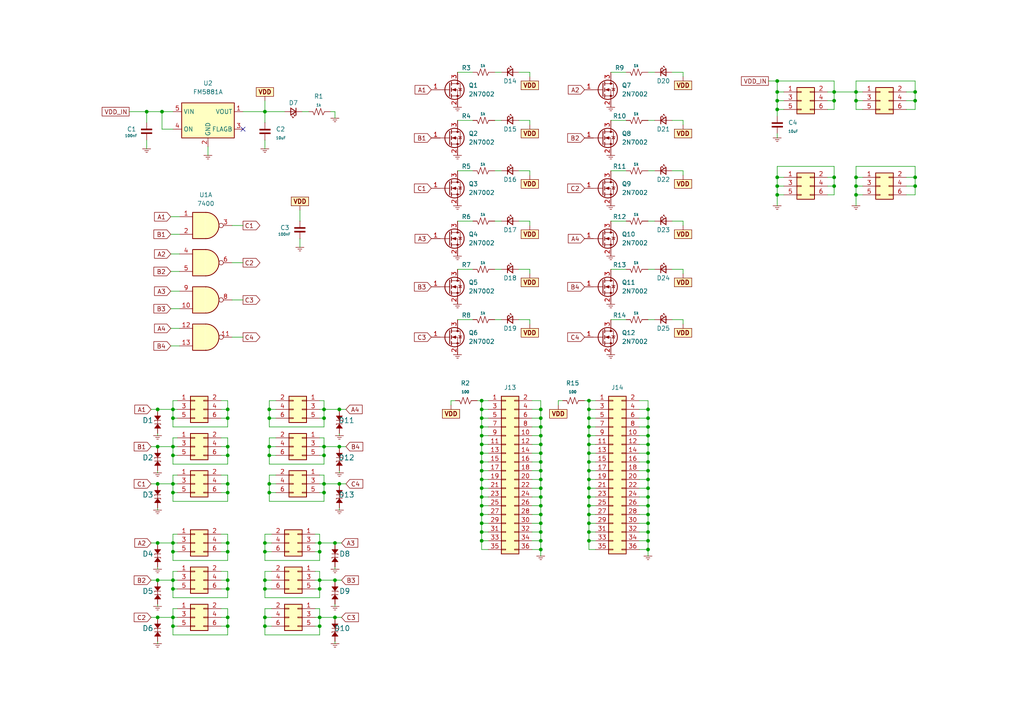
<source format=kicad_sch>
(kicad_sch (version 20211123) (generator eeschema)
  (paper "A4")
  (title_block (title "Placa didática Sistemas Digitais (7400)"))
  (junction (at 265.43 53.975))
  (junction (at 66.04 160.02))
  (junction (at 156.845 121.285))
  (junction (at 45.72 168.275))
  (junction (at 93.98 140.335))
  (junction (at 225.425 23.495))
  (junction (at 98.425 118.745))
  (junction (at 187.96 123.825))
  (junction (at 156.845 146.685))
  (junction (at 156.845 139.065))
  (junction (at 92.71 181.61))
  (junction (at 241.935 29.21))
  (junction (at 156.845 126.365))
  (junction (at 241.935 51.435))
  (junction (at 50.165 170.815))
  (junction (at 78.105 140.335))
  (junction (at 76.835 179.07))
  (junction (at 45.72 118.745))
  (junction (at 139.7 151.765))
  (junction (at 76.835 160.02))
  (junction (at 139.7 121.285))
  (junction (at 225.425 53.975))
  (junction (at 170.815 128.905))
  (junction (at 265.43 51.435))
  (junction (at 93.98 129.54))
  (junction (at 187.96 151.765))
  (junction (at 46.99 32.385))
  (junction (at 50.165 157.48))
  (junction (at 170.815 156.845))
  (junction (at 139.7 154.305))
  (junction (at 45.72 179.07))
  (junction (at 98.425 129.54))
  (junction (at 170.815 146.685))
  (junction (at 187.96 139.065))
  (junction (at 156.845 149.225))
  (junction (at 156.845 131.445))
  (junction (at 45.72 157.48))
  (junction (at 66.04 140.335))
  (junction (at 78.105 121.285))
  (junction (at 170.815 136.525))
  (junction (at 156.845 154.305))
  (junction (at 93.98 132.08))
  (junction (at 225.425 29.21))
  (junction (at 45.72 129.54))
  (junction (at 248.285 29.21))
  (junction (at 156.845 118.745))
  (junction (at 92.71 157.48))
  (junction (at 248.285 51.435))
  (junction (at 50.165 181.61))
  (junction (at 78.105 129.54))
  (junction (at 50.165 168.275))
  (junction (at 170.815 116.205))
  (junction (at 97.155 179.07))
  (junction (at 92.71 168.275))
  (junction (at 139.7 139.065))
  (junction (at 139.7 123.825))
  (junction (at 187.96 154.305))
  (junction (at 50.165 129.54))
  (junction (at 76.835 170.815))
  (junction (at 66.04 132.08))
  (junction (at 45.72 140.335))
  (junction (at 265.43 26.67))
  (junction (at 92.71 160.02))
  (junction (at 187.96 128.905))
  (junction (at 225.425 31.75))
  (junction (at 187.96 136.525))
  (junction (at 156.845 136.525))
  (junction (at 170.815 123.825))
  (junction (at 139.7 146.685))
  (junction (at 66.04 118.745))
  (junction (at 187.96 141.605))
  (junction (at 50.165 121.285))
  (junction (at 66.04 121.285))
  (junction (at 139.7 141.605))
  (junction (at 139.7 136.525))
  (junction (at 170.815 141.605))
  (junction (at 265.43 29.21))
  (junction (at 93.98 118.745))
  (junction (at 98.425 140.335))
  (junction (at 225.425 26.67))
  (junction (at 187.96 159.385))
  (junction (at 78.105 118.745))
  (junction (at 139.7 128.905))
  (junction (at 76.835 32.385))
  (junction (at 156.845 133.985))
  (junction (at 139.7 133.985))
  (junction (at 187.96 149.225))
  (junction (at 156.845 144.145))
  (junction (at 170.815 126.365))
  (junction (at 170.815 131.445))
  (junction (at 156.845 128.905))
  (junction (at 170.815 154.305))
  (junction (at 139.7 149.225))
  (junction (at 66.04 157.48))
  (junction (at 76.835 168.275))
  (junction (at 66.04 170.815))
  (junction (at 187.96 118.745))
  (junction (at 170.815 133.985))
  (junction (at 76.835 181.61))
  (junction (at 187.96 131.445))
  (junction (at 187.96 146.685))
  (junction (at 139.7 144.145))
  (junction (at 156.845 156.845))
  (junction (at 92.71 170.815))
  (junction (at 225.425 56.515))
  (junction (at 170.815 139.065))
  (junction (at 248.285 56.515))
  (junction (at 241.935 53.975))
  (junction (at 170.815 118.745))
  (junction (at 50.165 118.745))
  (junction (at 156.845 159.385))
  (junction (at 92.71 179.07))
  (junction (at 50.165 142.875))
  (junction (at 156.845 123.825))
  (junction (at 139.7 116.205))
  (junction (at 66.04 129.54))
  (junction (at 78.105 142.875))
  (junction (at 187.96 133.985))
  (junction (at 93.98 142.875))
  (junction (at 170.815 121.285))
  (junction (at 66.04 168.275))
  (junction (at 156.845 151.765))
  (junction (at 225.425 51.435))
  (junction (at 66.04 181.61))
  (junction (at 139.7 118.745))
  (junction (at 139.7 126.365))
  (junction (at 93.98 121.285))
  (junction (at 170.815 149.225))
  (junction (at 241.935 26.67))
  (junction (at 66.04 142.875))
  (junction (at 66.04 179.07))
  (junction (at 139.7 131.445))
  (junction (at 170.815 144.145))
  (junction (at 42.545 32.385))
  (junction (at 187.96 121.285))
  (junction (at 187.96 126.365))
  (junction (at 170.815 151.765))
  (junction (at 248.285 53.975))
  (junction (at 50.165 132.08))
  (junction (at 248.285 26.67))
  (junction (at 156.845 141.605))
  (junction (at 76.835 157.48))
  (junction (at 50.165 179.07))
  (junction (at 187.96 144.145))
  (junction (at 97.155 157.48))
  (junction (at 50.165 140.335))
  (junction (at 97.155 168.275))
  (junction (at 50.165 160.02))
  (junction (at 187.96 156.845))
  (junction (at 78.105 132.08))
  (junction (at 139.7 156.845))
  (no_connect (at 70.485 37.465))
  (wire (pts (xy 185.42 156.845) (xy 187.96 156.845)))
  (wire (pts (xy 153.67 64.135) (xy 150.495 64.135)))
  (wire (pts (xy 49.53 84.455) (xy 52.07 84.455)))
  (wire (pts (xy 66.04 142.875) (xy 66.04 145.415)))
  (wire (pts (xy 153.67 50.8) (xy 153.67 49.53)))
  (wire (pts (xy 76.835 160.02) (xy 76.835 162.56)))
  (wire (pts (xy 64.135 137.795) (xy 66.04 137.795)))
  (wire (pts (xy 198.12 50.8) (xy 198.12 49.53)))
  (wire (pts (xy 172.72 121.285) (xy 170.815 121.285)))
  (wire (pts (xy 51.435 154.94) (xy 50.165 154.94)))
  (wire (pts (xy 78.74 154.94) (xy 76.835 154.94)))
  (wire (pts (xy 97.155 157.48) (xy 97.155 158.115)))
  (wire (pts (xy 172.72 149.225) (xy 170.815 149.225)))
  (wire (pts (xy 141.605 151.765) (xy 139.7 151.765)))
  (wire (pts (xy 45.72 175.26) (xy 45.72 175.895)))
  (wire (pts (xy 78.74 181.61) (xy 76.835 181.61)))
  (wire (pts (xy 50.165 137.795) (xy 50.165 140.335)))
  (wire (pts (xy 141.605 136.525) (xy 139.7 136.525)))
  (wire (pts (xy 45.72 136.525) (xy 45.72 137.16)))
  (wire (pts (xy 170.815 141.605) (xy 170.815 139.065)))
  (wire (pts (xy 156.845 159.385) (xy 156.845 161.29)))
  (wire (pts (xy 80.01 118.745) (xy 78.105 118.745)))
  (wire (pts (xy 132.715 64.135) (xy 137.16 64.135)))
  (wire (pts (xy 50.165 160.02) (xy 50.165 157.48)))
  (wire (pts (xy 76.835 32.385) (xy 82.55 32.385)))
  (wire (pts (xy 66.04 132.08) (xy 66.04 134.62)))
  (wire (pts (xy 161.925 117.475) (xy 161.925 116.205)))
  (wire (pts (xy 42.545 32.385) (xy 42.545 35.56)))
  (wire (pts (xy 93.98 145.415) (xy 93.98 142.875)))
  (wire (pts (xy 98.425 136.525) (xy 98.425 137.16)))
  (wire (pts (xy 51.435 160.02) (xy 50.165 160.02)))
  (wire (pts (xy 92.71 170.815) (xy 92.71 168.275)))
  (wire (pts (xy 100.33 140.335) (xy 98.425 140.335)))
  (wire (pts (xy 97.155 164.465) (xy 97.155 165.1)))
  (wire (pts (xy 45.72 168.275) (xy 50.165 168.275)))
  (wire (pts (xy 187.96 78.105) (xy 189.865 78.105)))
  (wire (pts (xy 76.835 173.355) (xy 92.71 173.355)))
  (wire (pts (xy 153.67 78.105) (xy 150.495 78.105)))
  (wire (pts (xy 143.51 78.105) (xy 145.415 78.105)))
  (wire (pts (xy 66.04 184.15) (xy 50.165 184.15)))
  (wire (pts (xy 43.815 129.54) (xy 45.72 129.54)))
  (wire (pts (xy 187.96 121.285) (xy 187.96 123.825)))
  (wire (pts (xy 265.43 29.21) (xy 265.43 26.67)))
  (wire (pts (xy 67.31 86.995) (xy 70.485 86.995)))
  (wire (pts (xy 51.435 116.205) (xy 50.165 116.205)))
  (wire (pts (xy 141.605 149.225) (xy 139.7 149.225)))
  (wire (pts (xy 92.71 160.02) (xy 92.71 157.48)))
  (wire (pts (xy 49.53 89.535) (xy 52.07 89.535)))
  (wire (pts (xy 76.835 179.07) (xy 76.835 181.61)))
  (wire (pts (xy 153.67 79.375) (xy 153.67 78.105)))
  (wire (pts (xy 97.155 175.26) (xy 97.155 175.895)))
  (wire (pts (xy 45.72 179.07) (xy 45.72 179.705)))
  (wire (pts (xy 78.74 170.815) (xy 76.835 170.815)))
  (wire (pts (xy 187.96 156.845) (xy 187.96 159.385)))
  (wire (pts (xy 141.605 139.065) (xy 139.7 139.065)))
  (wire (pts (xy 170.815 146.685) (xy 170.815 149.225)))
  (wire (pts (xy 64.135 132.08) (xy 66.04 132.08)))
  (wire (pts (xy 92.71 154.94) (xy 92.71 157.48)))
  (wire (pts (xy 92.71 137.795) (xy 93.98 137.795)))
  (wire (pts (xy 225.425 31.75) (xy 227.33 31.75)))
  (wire (pts (xy 139.7 139.065) (xy 139.7 136.525)))
  (wire (pts (xy 139.7 116.205) (xy 141.605 116.205)))
  (wire (pts (xy 76.835 181.61) (xy 76.835 184.15)))
  (wire (pts (xy 66.04 157.48) (xy 66.04 160.02)))
  (wire (pts (xy 156.845 131.445) (xy 156.845 133.985)))
  (wire (pts (xy 153.67 92.71) (xy 150.495 92.71)))
  (wire (pts (xy 51.435 127) (xy 50.165 127)))
  (wire (pts (xy 185.42 128.905) (xy 187.96 128.905)))
  (wire (pts (xy 93.98 132.08) (xy 93.98 129.54)))
  (wire (pts (xy 64.135 127) (xy 66.04 127)))
  (wire (pts (xy 51.435 165.735) (xy 50.165 165.735)))
  (wire (pts (xy 141.605 141.605) (xy 139.7 141.605)))
  (wire (pts (xy 100.33 118.745) (xy 98.425 118.745)))
  (wire (pts (xy 49.53 67.945) (xy 52.07 67.945)))
  (wire (pts (xy 141.605 159.385) (xy 139.7 159.385)))
  (wire (pts (xy 187.96 136.525) (xy 187.96 139.065)))
  (wire (pts (xy 262.89 53.975) (xy 265.43 53.975)))
  (wire (pts (xy 198.12 79.375) (xy 198.12 78.105)))
  (wire (pts (xy 97.155 168.275) (xy 97.155 168.91)))
  (wire (pts (xy 76.835 29.21) (xy 76.835 32.385)))
  (wire (pts (xy 64.135 118.745) (xy 66.04 118.745)))
  (wire (pts (xy 46.99 37.465) (xy 46.99 32.385)))
  (wire (pts (xy 45.72 118.745) (xy 50.165 118.745)))
  (wire (pts (xy 170.815 118.745) (xy 170.815 116.205)))
  (wire (pts (xy 50.165 145.415) (xy 50.165 142.875)))
  (wire (pts (xy 187.96 20.955) (xy 189.865 20.955)))
  (wire (pts (xy 185.42 146.685) (xy 187.96 146.685)))
  (wire (pts (xy 143.51 49.53) (xy 145.415 49.53)))
  (wire (pts (xy 225.425 56.515) (xy 225.425 59.69)))
  (wire (pts (xy 185.42 123.825) (xy 187.96 123.825)))
  (wire (pts (xy 153.67 20.955) (xy 150.495 20.955)))
  (wire (pts (xy 172.72 123.825) (xy 170.815 123.825)))
  (wire (pts (xy 139.7 133.985) (xy 139.7 131.445)))
  (wire (pts (xy 265.43 51.435) (xy 262.89 51.435)))
  (wire (pts (xy 50.165 116.205) (xy 50.165 118.745)))
  (wire (pts (xy 51.435 176.53) (xy 50.165 176.53)))
  (wire (pts (xy 66.04 173.355) (xy 50.165 173.355)))
  (wire (pts (xy 139.7 146.685) (xy 139.7 144.145)))
  (wire (pts (xy 177.165 64.135) (xy 181.61 64.135)))
  (wire (pts (xy 198.12 92.71) (xy 194.945 92.71)))
  (wire (pts (xy 78.105 116.205) (xy 78.105 118.745)))
  (wire (pts (xy 66.04 162.56) (xy 50.165 162.56)))
  (wire (pts (xy 248.285 48.26) (xy 248.285 51.435)))
  (wire (pts (xy 198.12 20.955) (xy 194.945 20.955)))
  (wire (pts (xy 91.44 160.02) (xy 92.71 160.02)))
  (wire (pts (xy 172.72 126.365) (xy 170.815 126.365)))
  (wire (pts (xy 64.135 170.815) (xy 66.04 170.815)))
  (wire (pts (xy 76.835 170.815) (xy 76.835 173.355)))
  (wire (pts (xy 225.425 56.515) (xy 227.33 56.515)))
  (wire (pts (xy 92.71 165.735) (xy 92.71 168.275)))
  (wire (pts (xy 92.71 116.205) (xy 93.98 116.205)))
  (wire (pts (xy 156.845 159.385) (xy 154.305 159.385)))
  (wire (pts (xy 93.98 137.795) (xy 93.98 140.335)))
  (wire (pts (xy 141.605 131.445) (xy 139.7 131.445)))
  (wire (pts (xy 91.44 176.53) (xy 92.71 176.53)))
  (wire (pts (xy 51.435 181.61) (xy 50.165 181.61)))
  (wire (pts (xy 170.815 126.365) (xy 170.815 123.825)))
  (wire (pts (xy 185.42 118.745) (xy 187.96 118.745)))
  (wire (pts (xy 187.96 49.53) (xy 189.865 49.53)))
  (wire (pts (xy 50.165 142.875) (xy 50.165 140.335)))
  (wire (pts (xy 170.815 154.305) (xy 170.815 151.765)))
  (wire (pts (xy 93.98 129.54) (xy 92.71 129.54)))
  (wire (pts (xy 154.305 123.825) (xy 156.845 123.825)))
  (wire (pts (xy 42.545 40.64) (xy 42.545 43.18)))
  (wire (pts (xy 80.01 132.08) (xy 78.105 132.08)))
  (wire (pts (xy 76.835 162.56) (xy 92.71 162.56)))
  (wire (pts (xy 86.995 69.215) (xy 86.995 71.755)))
  (wire (pts (xy 92.71 184.15) (xy 92.71 181.61)))
  (wire (pts (xy 76.835 40.64) (xy 76.835 43.18)))
  (wire (pts (xy 45.72 129.54) (xy 45.72 130.175)))
  (wire (pts (xy 92.71 132.08) (xy 93.98 132.08)))
  (wire (pts (xy 143.51 92.71) (xy 145.415 92.71)))
  (wire (pts (xy 78.74 160.02) (xy 76.835 160.02)))
  (wire (pts (xy 78.105 129.54) (xy 78.105 132.08)))
  (wire (pts (xy 172.72 136.525) (xy 170.815 136.525)))
  (wire (pts (xy 265.43 23.495) (xy 248.285 23.495)))
  (wire (pts (xy 265.43 26.67) (xy 265.43 23.495)))
  (wire (pts (xy 241.935 29.21) (xy 241.935 26.67)))
  (wire (pts (xy 97.155 168.275) (xy 92.71 168.275)))
  (wire (pts (xy 64.135 142.875) (xy 66.04 142.875)))
  (wire (pts (xy 92.71 176.53) (xy 92.71 179.07)))
  (wire (pts (xy 248.285 29.21) (xy 248.285 26.67)))
  (wire (pts (xy 45.72 164.465) (xy 45.72 165.1)))
  (wire (pts (xy 187.96 131.445) (xy 187.96 133.985)))
  (wire (pts (xy 92.71 162.56) (xy 92.71 160.02)))
  (wire (pts (xy 156.845 141.605) (xy 156.845 144.145)))
  (wire (pts (xy 45.72 157.48) (xy 50.165 157.48)))
  (wire (pts (xy 225.425 29.21) (xy 227.33 29.21)))
  (wire (pts (xy 170.815 116.205) (xy 172.72 116.205)))
  (wire (pts (xy 170.815 156.845) (xy 170.815 154.305)))
  (wire (pts (xy 138.43 116.205) (xy 139.7 116.205)))
  (wire (pts (xy 80.01 129.54) (xy 78.105 129.54)))
  (wire (pts (xy 45.72 157.48) (xy 45.72 158.115)))
  (wire (pts (xy 98.425 147.32) (xy 98.425 147.955)))
  (wire (pts (xy 66.04 118.745) (xy 66.04 121.285)))
  (wire (pts (xy 66.04 168.275) (xy 66.04 170.815)))
  (wire (pts (xy 50.165 121.285) (xy 50.165 118.745)))
  (wire (pts (xy 67.31 65.405) (xy 70.485 65.405)))
  (wire (pts (xy 66.04 123.825) (xy 50.165 123.825)))
  (wire (pts (xy 78.74 168.275) (xy 76.835 168.275)))
  (wire (pts (xy 76.835 32.385) (xy 70.485 32.385)))
  (wire (pts (xy 51.435 137.795) (xy 50.165 137.795)))
  (wire (pts (xy 170.815 139.065) (xy 170.815 136.525)))
  (wire (pts (xy 50.165 170.815) (xy 50.165 168.275)))
  (wire (pts (xy 132.715 34.925) (xy 137.16 34.925)))
  (wire (pts (xy 78.105 121.285) (xy 78.105 123.825)))
  (wire (pts (xy 99.06 157.48) (xy 97.155 157.48)))
  (wire (pts (xy 156.845 126.365) (xy 156.845 128.905)))
  (wire (pts (xy 93.98 118.745) (xy 92.71 118.745)))
  (wire (pts (xy 78.105 118.745) (xy 78.105 121.285)))
  (wire (pts (xy 187.96 141.605) (xy 187.96 144.145)))
  (wire (pts (xy 49.53 78.74) (xy 52.07 78.74)))
  (wire (pts (xy 170.815 131.445) (xy 170.815 128.905)))
  (wire (pts (xy 172.72 139.065) (xy 170.815 139.065)))
  (wire (pts (xy 156.845 146.685) (xy 156.845 149.225)))
  (wire (pts (xy 50.165 165.735) (xy 50.165 168.275)))
  (wire (pts (xy 154.305 156.845) (xy 156.845 156.845)))
  (wire (pts (xy 100.33 129.54) (xy 98.425 129.54)))
  (wire (pts (xy 241.935 51.435) (xy 241.935 48.26)))
  (wire (pts (xy 156.845 133.985) (xy 156.845 136.525)))
  (wire (pts (xy 156.845 156.845) (xy 156.845 159.385)))
  (wire (pts (xy 154.305 146.685) (xy 156.845 146.685)))
  (wire (pts (xy 76.835 168.275) (xy 76.835 170.815)))
  (wire (pts (xy 76.835 35.56) (xy 76.835 32.385)))
  (wire (pts (xy 49.53 95.25) (xy 52.07 95.25)))
  (wire (pts (xy 50.165 123.825) (xy 50.165 121.285)))
  (wire (pts (xy 241.935 26.67) (xy 241.935 23.495)))
  (wire (pts (xy 132.715 92.71) (xy 137.16 92.71)))
  (wire (pts (xy 172.72 154.305) (xy 170.815 154.305)))
  (wire (pts (xy 225.425 53.975) (xy 225.425 56.515)))
  (wire (pts (xy 139.7 154.305) (xy 139.7 151.765)))
  (wire (pts (xy 265.43 26.67) (xy 262.89 26.67)))
  (wire (pts (xy 198.12 93.98) (xy 198.12 92.71)))
  (wire (pts (xy 132.715 78.105) (xy 137.16 78.105)))
  (wire (pts (xy 60.325 42.545) (xy 60.325 45.085)))
  (wire (pts (xy 156.845 151.765) (xy 156.845 154.305)))
  (wire (pts (xy 225.425 23.495) (xy 225.425 26.67)))
  (wire (pts (xy 66.04 127) (xy 66.04 129.54)))
  (wire (pts (xy 225.425 29.21) (xy 225.425 31.75)))
  (wire (pts (xy 92.71 168.275) (xy 91.44 168.275)))
  (wire (pts (xy 187.96 92.71) (xy 189.865 92.71)))
  (wire (pts (xy 154.305 131.445) (xy 156.845 131.445)))
  (wire (pts (xy 66.04 165.735) (xy 66.04 168.275)))
  (wire (pts (xy 177.165 49.53) (xy 181.61 49.53)))
  (wire (pts (xy 156.845 118.745) (xy 156.845 121.285)))
  (wire (pts (xy 139.7 159.385) (xy 139.7 156.845)))
  (wire (pts (xy 49.53 100.33) (xy 52.07 100.33)))
  (wire (pts (xy 250.19 53.975) (xy 248.285 53.975)))
  (wire (pts (xy 265.43 51.435) (xy 265.43 48.26)))
  (wire (pts (xy 92.71 173.355) (xy 92.71 170.815)))
  (wire (pts (xy 80.01 127) (xy 78.105 127)))
  (wire (pts (xy 99.06 179.07) (xy 97.155 179.07)))
  (wire (pts (xy 97.155 34.29) (xy 97.155 32.385)))
  (wire (pts (xy 51.435 121.285) (xy 50.165 121.285)))
  (wire (pts (xy 139.7 128.905) (xy 139.7 126.365)))
  (wire (pts (xy 222.885 23.495) (xy 225.425 23.495)))
  (wire (pts (xy 153.67 34.925) (xy 150.495 34.925)))
  (wire (pts (xy 78.74 176.53) (xy 76.835 176.53)))
  (wire (pts (xy 42.545 32.385) (xy 46.99 32.385)))
  (wire (pts (xy 187.96 64.135) (xy 189.865 64.135)))
  (wire (pts (xy 67.31 97.79) (xy 70.485 97.79)))
  (wire (pts (xy 130.81 117.475) (xy 130.81 116.205)))
  (wire (pts (xy 139.7 156.845) (xy 139.7 154.305)))
  (wire (pts (xy 130.81 116.205) (xy 132.08 116.205)))
  (wire (pts (xy 170.815 144.145) (xy 170.815 141.605)))
  (wire (pts (xy 185.42 116.205) (xy 187.96 116.205)))
  (wire (pts (xy 225.425 51.435) (xy 225.425 53.975)))
  (wire (pts (xy 241.935 23.495) (xy 225.425 23.495)))
  (wire (pts (xy 93.98 140.335) (xy 92.71 140.335)))
  (wire (pts (xy 265.43 53.975) (xy 265.43 51.435)))
  (wire (pts (xy 265.43 48.26) (xy 248.285 48.26)))
  (wire (pts (xy 240.03 56.515) (xy 241.935 56.515)))
  (wire (pts (xy 98.425 118.745) (xy 93.98 118.745)))
  (wire (pts (xy 154.305 126.365) (xy 156.845 126.365)))
  (wire (pts (xy 93.98 123.825) (xy 93.98 121.285)))
  (wire (pts (xy 66.04 140.335) (xy 66.04 142.875)))
  (wire (pts (xy 187.96 149.225) (xy 187.96 151.765)))
  (wire (pts (xy 241.935 26.67) (xy 248.285 26.67)))
  (wire (pts (xy 78.105 140.335) (xy 78.105 142.875)))
  (wire (pts (xy 241.935 48.26) (xy 225.425 48.26)))
  (wire (pts (xy 45.72 179.07) (xy 50.165 179.07)))
  (wire (pts (xy 45.72 186.055) (xy 45.72 186.69)))
  (wire (pts (xy 92.71 181.61) (xy 92.71 179.07)))
  (wire (pts (xy 172.72 118.745) (xy 170.815 118.745)))
  (wire (pts (xy 141.605 121.285) (xy 139.7 121.285)))
  (wire (pts (xy 170.815 123.825) (xy 170.815 121.285)))
  (wire (pts (xy 240.03 29.21) (xy 241.935 29.21)))
  (wire (pts (xy 67.31 76.2) (xy 70.485 76.2)))
  (wire (pts (xy 78.74 157.48) (xy 76.835 157.48)))
  (wire (pts (xy 153.67 93.98) (xy 153.67 92.71)))
  (wire (pts (xy 143.51 64.135) (xy 145.415 64.135)))
  (wire (pts (xy 50.165 129.54) (xy 51.435 129.54)))
  (wire (pts (xy 76.835 176.53) (xy 76.835 179.07)))
  (wire (pts (xy 250.19 29.21) (xy 248.285 29.21)))
  (wire (pts (xy 98.425 129.54) (xy 93.98 129.54)))
  (wire (pts (xy 45.72 140.335) (xy 45.72 140.97)))
  (wire (pts (xy 185.42 144.145) (xy 187.96 144.145)))
  (wire (pts (xy 76.835 165.735) (xy 76.835 168.275)))
  (wire (pts (xy 225.425 26.67) (xy 225.425 29.21)))
  (wire (pts (xy 187.96 139.065) (xy 187.96 141.605)))
  (wire (pts (xy 170.815 136.525) (xy 170.815 133.985)))
  (wire (pts (xy 66.04 154.94) (xy 66.04 157.48)))
  (wire (pts (xy 240.03 53.975) (xy 241.935 53.975)))
  (wire (pts (xy 185.42 151.765) (xy 187.96 151.765)))
  (wire (pts (xy 91.44 170.815) (xy 92.71 170.815)))
  (wire (pts (xy 156.845 116.205) (xy 156.845 118.745)))
  (wire (pts (xy 156.845 139.065) (xy 156.845 141.605)))
  (wire (pts (xy 225.425 48.26) (xy 225.425 51.435)))
  (wire (pts (xy 240.03 26.67) (xy 241.935 26.67)))
  (wire (pts (xy 64.135 129.54) (xy 66.04 129.54)))
  (wire (pts (xy 187.96 123.825) (xy 187.96 126.365)))
  (wire (pts (xy 198.12 64.135) (xy 194.945 64.135)))
  (wire (pts (xy 92.71 157.48) (xy 91.44 157.48)))
  (wire (pts (xy 49.53 62.865) (xy 52.07 62.865)))
  (wire (pts (xy 66.04 170.815) (xy 66.04 173.355)))
  (wire (pts (xy 50.165 162.56) (xy 50.165 160.02)))
  (wire (pts (xy 170.815 128.905) (xy 170.815 126.365)))
  (wire (pts (xy 265.43 31.75) (xy 265.43 29.21)))
  (wire (pts (xy 154.305 136.525) (xy 156.845 136.525)))
  (wire (pts (xy 50.165 181.61) (xy 50.165 179.07)))
  (wire (pts (xy 141.605 128.905) (xy 139.7 128.905)))
  (wire (pts (xy 153.67 65.405) (xy 153.67 64.135)))
  (wire (pts (xy 225.425 26.67) (xy 227.33 26.67)))
  (wire (pts (xy 78.105 142.875) (xy 78.105 145.415)))
  (wire (pts (xy 143.51 34.925) (xy 145.415 34.925)))
  (wire (pts (xy 64.135 160.02) (xy 66.04 160.02)))
  (wire (pts (xy 93.98 127) (xy 93.98 129.54)))
  (wire (pts (xy 43.815 179.07) (xy 45.72 179.07)))
  (wire (pts (xy 50.165 179.07) (xy 51.435 179.07)))
  (wire (pts (xy 141.605 156.845) (xy 139.7 156.845)))
  (wire (pts (xy 91.44 165.735) (xy 92.71 165.735)))
  (wire (pts (xy 64.135 140.335) (xy 66.04 140.335)))
  (wire (pts (xy 143.51 20.955) (xy 145.415 20.955)))
  (wire (pts (xy 45.72 129.54) (xy 50.165 129.54)))
  (wire (pts (xy 187.96 159.385) (xy 185.42 159.385)))
  (wire (pts (xy 225.425 53.975) (xy 227.33 53.975)))
  (wire (pts (xy 66.04 179.07) (xy 66.04 181.61)))
  (wire (pts (xy 154.305 118.745) (xy 156.845 118.745)))
  (wire (pts (xy 98.425 125.73) (xy 98.425 126.365)))
  (wire (pts (xy 91.44 181.61) (xy 92.71 181.61)))
  (wire (pts (xy 187.96 126.365) (xy 187.96 128.905)))
  (wire (pts (xy 51.435 142.875) (xy 50.165 142.875)))
  (wire (pts (xy 139.7 126.365) (xy 139.7 123.825)))
  (wire (pts (xy 99.06 168.275) (xy 97.155 168.275)))
  (wire (pts (xy 225.425 38.735) (xy 225.425 40.005)))
  (wire (pts (xy 154.305 128.905) (xy 156.845 128.905)))
  (wire (pts (xy 198.12 22.225) (xy 198.12 20.955)))
  (wire (pts (xy 66.04 181.61) (xy 66.04 184.15)))
  (wire (pts (xy 187.96 154.305) (xy 187.96 156.845)))
  (wire (pts (xy 185.42 154.305) (xy 187.96 154.305)))
  (wire (pts (xy 187.96 133.985) (xy 187.96 136.525)))
  (wire (pts (xy 86.995 60.96) (xy 86.995 64.135)))
  (wire (pts (xy 50.165 140.335) (xy 51.435 140.335)))
  (wire (pts (xy 80.01 121.285) (xy 78.105 121.285)))
  (wire (pts (xy 198.12 36.195) (xy 198.12 34.925)))
  (wire (pts (xy 141.605 123.825) (xy 139.7 123.825)))
  (wire (pts (xy 156.845 154.305) (xy 156.845 156.845)))
  (wire (pts (xy 64.135 181.61) (xy 66.04 181.61)))
  (wire (pts (xy 91.44 154.94) (xy 92.71 154.94)))
  (wire (pts (xy 198.12 78.105) (xy 194.945 78.105)))
  (wire (pts (xy 76.835 184.15) (xy 92.71 184.15)))
  (wire (pts (xy 156.845 144.145) (xy 156.845 146.685)))
  (wire (pts (xy 154.305 151.765) (xy 156.845 151.765)))
  (wire (pts (xy 185.42 149.225) (xy 187.96 149.225)))
  (wire (pts (xy 50.165 184.15) (xy 50.165 181.61)))
  (wire (pts (xy 185.42 136.525) (xy 187.96 136.525)))
  (wire (pts (xy 172.72 131.445) (xy 170.815 131.445)))
  (wire (pts (xy 172.72 151.765) (xy 170.815 151.765)))
  (wire (pts (xy 43.815 140.335) (xy 45.72 140.335)))
  (wire (pts (xy 141.605 144.145) (xy 139.7 144.145)))
  (wire (pts (xy 78.74 179.07) (xy 76.835 179.07)))
  (wire (pts (xy 172.72 146.685) (xy 170.815 146.685)))
  (wire (pts (xy 46.99 32.385) (xy 50.165 32.385)))
  (wire (pts (xy 97.155 186.055) (xy 97.155 186.69)))
  (wire (pts (xy 185.42 126.365) (xy 187.96 126.365)))
  (wire (pts (xy 80.01 140.335) (xy 78.105 140.335)))
  (wire (pts (xy 187.96 159.385) (xy 187.96 161.29)))
  (wire (pts (xy 154.305 154.305) (xy 156.845 154.305)))
  (wire (pts (xy 154.305 121.285) (xy 156.845 121.285)))
  (wire (pts (xy 43.815 168.275) (xy 45.72 168.275)))
  (wire (pts (xy 185.42 133.985) (xy 187.96 133.985)))
  (wire (pts (xy 78.105 145.415) (xy 93.98 145.415)))
  (wire (pts (xy 170.815 133.985) (xy 170.815 131.445)))
  (wire (pts (xy 76.835 157.48) (xy 76.835 160.02)))
  (wire (pts (xy 170.815 149.225) (xy 170.815 151.765)))
  (wire (pts (xy 248.285 56.515) (xy 248.285 59.69)))
  (wire (pts (xy 139.7 123.825) (xy 139.7 121.285)))
  (wire (pts (xy 92.71 121.285) (xy 93.98 121.285)))
  (wire (pts (xy 93.98 121.285) (xy 93.98 118.745)))
  (wire (pts (xy 51.435 170.815) (xy 50.165 170.815)))
  (wire (pts (xy 156.845 136.525) (xy 156.845 139.065)))
  (wire (pts (xy 78.105 123.825) (xy 93.98 123.825)))
  (wire (pts (xy 141.605 126.365) (xy 139.7 126.365)))
  (wire (pts (xy 64.135 176.53) (xy 66.04 176.53)))
  (wire (pts (xy 172.72 133.985) (xy 170.815 133.985)))
  (wire (pts (xy 98.425 129.54) (xy 98.425 130.175)))
  (wire (pts (xy 153.67 22.225) (xy 153.67 20.955)))
  (wire (pts (xy 97.155 179.07) (xy 97.155 179.705)))
  (wire (pts (xy 170.815 159.385) (xy 170.815 156.845)))
  (wire (pts (xy 98.425 140.335) (xy 93.98 140.335)))
  (wire (pts (xy 262.89 31.75) (xy 265.43 31.75)))
  (wire (pts (xy 76.835 154.94) (xy 76.835 157.48)))
  (wire (pts (xy 132.715 20.955) (xy 137.16 20.955)))
  (wire (pts (xy 64.135 154.94) (xy 66.04 154.94)))
  (wire (pts (xy 93.98 134.62) (xy 93.98 132.08)))
  (wire (pts (xy 248.285 31.75) (xy 248.285 29.21)))
  (wire (pts (xy 177.165 34.925) (xy 181.61 34.925)))
  (wire (pts (xy 240.03 31.75) (xy 241.935 31.75)))
  (wire (pts (xy 248.285 56.515) (xy 248.285 53.975)))
  (wire (pts (xy 250.19 56.515) (xy 248.285 56.515)))
  (wire (pts (xy 50.165 173.355) (xy 50.165 170.815)))
  (wire (pts (xy 241.935 31.75) (xy 241.935 29.21)))
  (wire (pts (xy 198.12 34.925) (xy 194.945 34.925)))
  (wire (pts (xy 92.71 142.875) (xy 93.98 142.875)))
  (wire (pts (xy 225.425 31.75) (xy 225.425 33.655)))
  (wire (pts (xy 50.165 154.94) (xy 50.165 157.48)))
  (wire (pts (xy 177.165 92.71) (xy 181.61 92.71)))
  (wire (pts (xy 92.71 127) (xy 93.98 127)))
  (wire (pts (xy 97.155 179.07) (xy 92.71 179.07)))
  (wire (pts (xy 156.845 149.225) (xy 156.845 151.765)))
  (wire (pts (xy 154.305 139.065) (xy 156.845 139.065)))
  (wire (pts (xy 172.72 128.905) (xy 170.815 128.905)))
  (wire (pts (xy 66.04 176.53) (xy 66.04 179.07)))
  (wire (pts (xy 43.815 157.48) (xy 45.72 157.48)))
  (wire (pts (xy 248.285 23.495) (xy 248.285 26.67)))
  (wire (pts (xy 141.605 118.745) (xy 139.7 118.745)))
  (wire (pts (xy 64.135 168.275) (xy 66.04 168.275)))
  (wire (pts (xy 177.165 20.955) (xy 181.61 20.955)))
  (wire (pts (xy 172.72 156.845) (xy 170.815 156.845)))
  (wire (pts (xy 262.89 29.21) (xy 265.43 29.21)))
  (wire (pts (xy 153.67 36.195) (xy 153.67 34.925)))
  (wire (pts (xy 161.925 116.205) (xy 163.195 116.205)))
  (wire (pts (xy 98.425 118.745) (xy 98.425 119.38)))
  (wire (pts (xy 80.01 137.795) (xy 78.105 137.795)))
  (wire (pts (xy 49.53 73.66) (xy 52.07 73.66)))
  (wire (pts (xy 93.98 116.205) (xy 93.98 118.745)))
  (wire (pts (xy 78.105 137.795) (xy 78.105 140.335)))
  (wire (pts (xy 45.72 118.745) (xy 45.72 119.38)))
  (wire (pts (xy 154.305 144.145) (xy 156.845 144.145)))
  (wire (pts (xy 45.72 125.73) (xy 45.72 126.365)))
  (wire (pts (xy 139.7 118.745) (xy 139.7 116.205)))
  (wire (pts (xy 187.96 144.145) (xy 187.96 146.685)))
  (wire (pts (xy 187.96 118.745) (xy 187.96 121.285)))
  (wire (pts (xy 187.96 34.925) (xy 189.865 34.925)))
  (wire (pts (xy 141.605 133.985) (xy 139.7 133.985)))
  (wire (pts (xy 66.04 160.02) (xy 66.04 162.56)))
  (wire (pts (xy 64.135 165.735) (xy 66.04 165.735)))
  (wire (pts (xy 154.305 149.225) (xy 156.845 149.225)))
  (wire (pts (xy 172.72 144.145) (xy 170.815 144.145)))
  (wire (pts (xy 187.96 146.685) (xy 187.96 149.225)))
  (wire (pts (xy 172.72 159.385) (xy 170.815 159.385)))
  (wire (pts (xy 92.71 179.07) (xy 91.44 179.07)))
  (wire (pts (xy 78.74 165.735) (xy 76.835 165.735)))
  (wire (pts (xy 132.715 49.53) (xy 137.16 49.53)))
  (wire (pts (xy 78.105 132.08) (xy 78.105 134.62)))
  (wire (pts (xy 66.04 134.62) (xy 50.165 134.62)))
  (wire (pts (xy 139.7 131.445) (xy 139.7 128.905)))
  (wire (pts (xy 64.135 179.07) (xy 66.04 179.07)))
  (wire (pts (xy 248.285 51.435) (xy 250.19 51.435)))
  (wire (pts (xy 139.7 121.285) (xy 139.7 118.745)))
  (wire (pts (xy 45.72 147.32) (xy 45.72 147.955)))
  (wire (pts (xy 248.285 53.975) (xy 248.285 51.435)))
  (wire (pts (xy 64.135 116.205) (xy 66.04 116.205)))
  (wire (pts (xy 66.04 129.54) (xy 66.04 132.08)))
  (wire (pts (xy 139.7 146.685) (xy 139.7 149.225)))
  (wire (pts (xy 139.7 149.225) (xy 139.7 151.765)))
  (wire (pts (xy 248.285 26.67) (xy 250.19 26.67)))
  (wire (pts (xy 87.63 32.385) (xy 89.535 32.385)))
  (wire (pts (xy 141.605 146.685) (xy 139.7 146.685)))
  (wire (pts (xy 50.165 37.465) (xy 46.99 37.465)))
  (wire (pts (xy 172.72 141.605) (xy 170.815 141.605)))
  (wire (pts (xy 177.165 78.105) (xy 181.61 78.105)))
  (wire (pts (xy 225.425 51.435) (xy 227.33 51.435)))
  (wire (pts (xy 185.42 139.065) (xy 187.96 139.065)))
  (wire (pts (xy 198.12 49.53) (xy 194.945 49.53)))
  (wire (pts (xy 185.42 141.605) (xy 187.96 141.605)))
  (wire (pts (xy 187.96 128.905) (xy 187.96 131.445)))
  (wire (pts (xy 50.165 118.745) (xy 51.435 118.745)))
  (wire (pts (xy 50.165 132.08) (xy 50.165 129.54)))
  (wire (pts (xy 78.105 134.62) (xy 93.98 134.62)))
  (wire (pts (xy 97.155 32.385) (xy 95.885 32.385)))
  (wire (pts (xy 98.425 140.335) (xy 98.425 140.97)))
  (wire (pts (xy 45.72 168.275) (xy 45.72 168.91)))
  (wire (pts (xy 170.815 146.685) (xy 170.815 144.145)))
  (wire (pts (xy 43.815 118.745) (xy 45.72 118.745)))
  (wire (pts (xy 154.305 141.605) (xy 156.845 141.605)))
  (wire (pts (xy 198.12 65.405) (xy 198.12 64.135)))
  (wire (pts (xy 45.72 140.335) (xy 50.165 140.335)))
  (wire (pts (xy 141.605 154.305) (xy 139.7 154.305)))
  (wire (pts (xy 250.19 31.75) (xy 248.285 31.75)))
  (wire (pts (xy 80.01 116.205) (xy 78.105 116.205)))
  (wire (pts (xy 185.42 131.445) (xy 187.96 131.445)))
  (wire (pts (xy 240.03 51.435) (xy 241.935 51.435)))
  (wire (pts (xy 66.04 116.205) (xy 66.04 118.745)))
  (wire (pts (xy 154.305 133.985) (xy 156.845 133.985)))
  (wire (pts (xy 50.165 157.48) (xy 51.435 157.48)))
  (wire (pts (xy 169.545 116.205) (xy 170.815 116.205)))
  (wire (pts (xy 170.815 121.285) (xy 170.815 118.745)))
  (wire (pts (xy 156.845 123.825) (xy 156.845 126.365)))
  (wire (pts (xy 154.305 116.205) (xy 156.845 116.205)))
  (wire (pts (xy 78.105 127) (xy 78.105 129.54)))
  (wire (pts (xy 262.89 56.515) (xy 265.43 56.515)))
  (wire (pts (xy 187.96 116.205) (xy 187.96 118.745)))
  (wire (pts (xy 156.845 121.285) (xy 156.845 123.825)))
  (wire (pts (xy 187.96 151.765) (xy 187.96 154.305)))
  (wire (pts (xy 153.67 49.53) (xy 150.495 49.53)))
  (wire (pts (xy 139.7 144.145) (xy 139.7 141.605)))
  (wire (pts (xy 93.98 142.875) (xy 93.98 140.335)))
  (wire (pts (xy 37.465 32.385) (xy 42.545 32.385)))
  (wire (pts (xy 241.935 56.515) (xy 241.935 53.975)))
  (wire (pts (xy 50.165 127) (xy 50.165 129.54)))
  (wire (pts (xy 50.165 176.53) (xy 50.165 179.07)))
  (wire (pts (xy 80.01 142.875) (xy 78.105 142.875)))
  (wire (pts (xy 66.04 137.795) (xy 66.04 140.335)))
  (wire (pts (xy 66.04 145.415) (xy 50.165 145.415)))
  (wire (pts (xy 66.04 121.285) (xy 66.04 123.825)))
  (wire (pts (xy 64.135 157.48) (xy 66.04 157.48)))
  (wire (pts (xy 50.165 168.275) (xy 51.435 168.275)))
  (wire (pts (xy 50.165 134.62) (xy 50.165 132.08)))
  (wire (pts (xy 139.7 136.525) (xy 139.7 133.985)))
  (wire (pts (xy 139.7 141.605) (xy 139.7 139.065)))
  (wire (pts (xy 156.845 128.905) (xy 156.845 131.445)))
  (wire (pts (xy 64.135 121.285) (xy 66.04 121.285)))
  (wire (pts (xy 51.435 132.08) (xy 50.165 132.08)))
  (wire (pts (xy 185.42 121.285) (xy 187.96 121.285)))
  (wire (pts (xy 241.935 53.975) (xy 241.935 51.435)))
  (wire (pts (xy 97.155 157.48) (xy 92.71 157.48)))
  (wire (pts (xy 265.43 56.515) (xy 265.43 53.975)))
  (global_label "C4" (shape input) (at 100.33 140.335 0) (property "Intersheet References" "${INTERSHEET_REFS}" (effects hide)))
  (global_label "B3" (shape input) (at 49.53 89.535 180) (property "Intersheet References" "${INTERSHEET_REFS}" (effects hide)))
  (global_label "A2" (shape input) (at 169.545 26.035 180) (property "Intersheet References" "${INTERSHEET_REFS}" (effects hide)))
  (global_label "C4" (shape output) (at 70.485 97.79 0) (property "Intersheet References" "${INTERSHEET_REFS}" (effects hide)))
  (global_label "B2" (shape input) (at 49.53 78.74 180) (property "Intersheet References" "${INTERSHEET_REFS}" (effects hide)))
  (global_label "A3" (shape input) (at 125.095 69.215 180) (property "Intersheet References" "${INTERSHEET_REFS}" (effects hide)))
  (global_label "A4" (shape input) (at 169.545 69.215 180) (property "Intersheet References" "${INTERSHEET_REFS}" (effects hide)))
  (global_label "B1" (shape input) (at 43.815 129.54 180) (property "Intersheet References" "${INTERSHEET_REFS}" (effects hide)))
  (global_label "C3" (shape input) (at 99.06 179.07 0) (property "Intersheet References" "${INTERSHEET_REFS}" (effects hide)))
  (global_label "A3" (shape input) (at 99.06 157.48 0) (property "Intersheet References" "${INTERSHEET_REFS}" (effects hide)))
  (global_label "C3" (shape input) (at 125.095 97.79 180) (property "Intersheet References" "${INTERSHEET_REFS}" (effects hide)))
  (global_label "B2" (shape input) (at 169.545 40.005 180) (property "Intersheet References" "${INTERSHEET_REFS}" (effects hide)))
  (global_label "C3" (shape output) (at 70.485 86.995 0) (property "Intersheet References" "${INTERSHEET_REFS}" (effects hide)))
  (global_label "B1" (shape input) (at 49.53 67.945 180) (property "Intersheet References" "${INTERSHEET_REFS}" (effects hide)))
  (global_label "B3" (shape input) (at 99.06 168.275 0) (property "Intersheet References" "${INTERSHEET_REFS}" (effects hide)))
  (global_label "C2" (shape input) (at 169.545 54.61 180) (property "Intersheet References" "${INTERSHEET_REFS}" (effects hide)))
  (global_label "B3" (shape input) (at 125.095 83.185 180) (property "Intersheet References" "${INTERSHEET_REFS}" (effects hide)))
  (global_label "C1" (shape input) (at 43.815 140.335 180) (property "Intersheet References" "${INTERSHEET_REFS}" (effects hide)))
  (global_label "VDD_IN" (shape passive) (at 37.465 32.385 180) (property "Intersheet References" "${INTERSHEET_REFS}" (effects hide)))
  (global_label "A2" (shape input) (at 49.53 73.66 180) (property "Intersheet References" "${INTERSHEET_REFS}" (effects hide)))
  (global_label "B4" (shape input) (at 169.545 83.185 180) (property "Intersheet References" "${INTERSHEET_REFS}" (effects hide)))
  (global_label "B4" (shape input) (at 100.33 129.54 0) (property "Intersheet References" "${INTERSHEET_REFS}" (effects hide)))
  (global_label "C2" (shape output) (at 70.485 76.2 0) (property "Intersheet References" "${INTERSHEET_REFS}" (effects hide)))
  (global_label "C1" (shape input) (at 125.095 54.61 180) (property "Intersheet References" "${INTERSHEET_REFS}" (effects hide)))
  (global_label "B1" (shape input) (at 125.095 40.005 180) (property "Intersheet References" "${INTERSHEET_REFS}" (effects hide)))
  (global_label "C1" (shape output) (at 70.485 65.405 0) (property "Intersheet References" "${INTERSHEET_REFS}" (effects hide)))
  (global_label "A1" (shape input) (at 125.095 26.035 180) (property "Intersheet References" "${INTERSHEET_REFS}" (effects hide)))
  (global_label "B4" (shape input) (at 49.53 100.33 180) (property "Intersheet References" "${INTERSHEET_REFS}" (effects hide)))
  (global_label "A4" (shape input) (at 100.33 118.745 0) (property "Intersheet References" "${INTERSHEET_REFS}" (effects hide)))
  (global_label "A3" (shape input) (at 49.53 84.455 180) (property "Intersheet References" "${INTERSHEET_REFS}" (effects hide)))
  (global_label "A1" (shape input) (at 43.815 118.745 180) (property "Intersheet References" "${INTERSHEET_REFS}" (effects hide)))
  (global_label "VDD_IN" (shape passive) (at 222.885 23.495 180) (property "Intersheet References" "${INTERSHEET_REFS}" (effects hide)))
  (global_label "A4" (shape input) (at 49.53 95.25 180) (property "Intersheet References" "${INTERSHEET_REFS}" (effects hide)))
  (global_label "A1" (shape input) (at 49.53 62.865 180) (property "Intersheet References" "${INTERSHEET_REFS}" (effects hide)))
  (global_label "B2" (shape input) (at 43.815 168.275 180) (property "Intersheet References" "${INTERSHEET_REFS}" (effects hide)))
  (global_label "A2" (shape input) (at 43.815 157.48 180) (property "Intersheet References" "${INTERSHEET_REFS}" (effects hide)))
  (global_label "C4" (shape input) (at 169.545 97.79 180) (property "Intersheet References" "${INTERSHEET_REFS}" (effects hide)))
  (global_label "C2" (shape input) (at 43.815 179.07 180) (property "Intersheet References" "${INTERSHEET_REFS}" (effects hide)))
  (symbol (lib_id "OPENMIND:GND2") (at 45.72 165.1 0) (unit 1)
    (property "Reference" "#PWR05" (effects hide))
    (property "Value" "GND2" (effects hide))
  )
  (symbol (lib_id "Transistor_FET:2N7002") (at 130.175 54.61 0) (unit 1)
    (property "Reference" "Q3" (at 135.89 53.3399 0) (effects (justify left)))
    (property "Value" "2N7002" (at 135.89 55.8799 0) (effects (justify left)))
    (property "Footprint" "Package_TO_SOT_SMD:SOT-23" (effects hide))
    (property "Datasheet" "https://www.onsemi.com/pub/Collateral/NDS7002A-D.PDF" (effects hide))
  )
  (symbol (lib_id "OPENMIND:TVSS_0") (at 98.425 145.415 0) (mirror y) (unit 1)
    (property "Reference" "D13" (at 102.87 143.51 0) (effects (font (size 1.524 1.524)) (justify left)))
    (property "Value" "TVSS_0" (effects hide))
    (property "Footprint" "Diode_SMD:D_SOD-123F" (effects hide))
  )
  (symbol (lib_id "OPENMIND:VDD") (at 153.67 50.8 180) (unit 1)
    (property "Reference" "#PWR030" (effects hide))
    (property "Value" "VDD" (effects hide))
  )
  (symbol (lib_id "Connector_Generic:Conn_02x03_Odd_Even") (at 232.41 29.21 0) (unit 1)
    (property "Reference" "J15" (effects hide))
    (property "Value" "Conn_02x03_Odd_Even" (effects hide))
    (property "Footprint" "Connector_PinSocket_2.54mm:PinSocket_2x03_P2.54mm_Vertical" (effects hide))
  )
  (symbol (lib_id "Transistor_FET:2N7002") (at 174.625 40.005 0) (unit 1)
    (property "Reference" "Q8" (at 180.34 38.7349 0) (effects (justify left)))
    (property "Value" "2N7002" (at 180.34 41.2749 0) (effects (justify left)))
    (property "Footprint" "Package_TO_SOT_SMD:SOT-23" (effects hide))
    (property "Datasheet" "https://www.onsemi.com/pub/Collateral/NDS7002A-D.PDF" (effects hide))
  )
  (symbol (lib_id "Device:LED_Small") (at 147.955 49.53 0) (unit 1)
    (property "Reference" "D16" (at 147.955 52.07 0))
    (property "Value" "LED_Small" (effects hide))
    (property "Footprint" "LED_SMD:LED_0805_2012Metric" (effects hide))
  )
  (symbol (lib_id "OPENMIND:GND2") (at 248.285 59.69 0) (unit 1)
    (property "Reference" "#PWR050" (effects hide))
    (property "Value" "GND2" (effects hide))
  )
  (symbol (lib_id "Connector_Generic:Conn_02x03_Odd_Even") (at 56.515 118.745 0) (unit 1)
    (property "Reference" "J1" (effects hide))
    (property "Value" "Conn_02x03_Odd_Even" (effects hide))
    (property "Footprint" "Connector_PinSocket_2.54mm:PinSocket_2x03_P2.54mm_Vertical" (effects hide))
  )
  (symbol (lib_id "Transistor_FET:2N7002") (at 174.625 54.61 0) (unit 1)
    (property "Reference" "Q9" (at 180.34 53.3399 0) (effects (justify left)))
    (property "Value" "2N7002" (at 180.34 55.8799 0) (effects (justify left)))
    (property "Footprint" "Package_TO_SOT_SMD:SOT-23" (effects hide))
    (property "Datasheet" "https://www.onsemi.com/pub/Collateral/NDS7002A-D.PDF" (effects hide))
  )
  (symbol (lib_id "OPENMIND:VDD") (at 130.81 117.475 180) (unit 1)
    (property "Reference" "#PWR020" (effects hide))
    (property "Value" "VDD" (effects hide))
  )
  (symbol (lib_id "Connector_Generic:Conn_02x03_Odd_Even") (at 56.515 168.275 0) (unit 1)
    (property "Reference" "J5" (effects hide))
    (property "Value" "Conn_02x03_Odd_Even" (effects hide))
    (property "Footprint" "Connector_PinSocket_2.54mm:PinSocket_2x03_P2.54mm_Vertical" (effects hide))
  )
  (symbol (lib_id "Device:LED_Small") (at 192.405 49.53 0) (unit 1)
    (property "Reference" "D22" (at 192.405 52.07 0))
    (property "Value" "LED_Small" (effects hide))
    (property "Footprint" "LED_SMD:LED_0805_2012Metric" (effects hide))
  )
  (symbol (lib_id "OPENMIND:GND2") (at 132.715 31.115 0) (unit 1)
    (property "Reference" "#PWR021" (effects hide))
    (property "Value" "GND2" (effects hide))
  )
  (symbol (lib_id "OPENMIND:RESS") (at 184.15 49.53 0) (unit 1)
    (property "Reference" "R11" (at 179.705 48.26 0))
    (property "Value" "1k" (at 184.5056 47.625 0) (effects (font (size 0.762 0.762))))
    (property "Footprint" "Resistor_SMD:R_0805_2012Metric_Pad1.20x1.40mm_HandSolder" (effects hide))
  )
  (symbol (lib_id "OPENMIND:RESS") (at 139.7 34.925 0) (unit 1)
    (property "Reference" "R4" (at 135.255 33.655 0))
    (property "Value" "1k" (at 140.0556 33.02 0) (effects (font (size 0.762 0.762))))
    (property "Footprint" "Resistor_SMD:R_0805_2012Metric_Pad1.20x1.40mm_HandSolder" (effects hide))
  )
  (symbol (lib_id "OPENMIND:GND2") (at 177.165 102.87 0) (unit 1)
    (property "Reference" "#PWR039" (effects hide))
    (property "Value" "GND2" (effects hide))
  )
  (symbol (lib_id "Transistor_FET:2N7002") (at 130.175 26.035 0) (unit 1)
    (property "Reference" "Q1" (at 135.89 24.7649 0) (effects (justify left)))
    (property "Value" "2N7002" (at 135.89 27.3049 0) (effects (justify left)))
    (property "Footprint" "Package_TO_SOT_SMD:SOT-23" (effects hide))
    (property "Datasheet" "https://www.onsemi.com/pub/Collateral/NDS7002A-D.PDF" (effects hide))
  )
  (symbol (lib_id "Transistor_FET:2N7002") (at 174.625 26.035 0) (unit 1)
    (property "Reference" "Q7" (at 180.34 24.7649 0) (effects (justify left)))
    (property "Value" "2N7002" (at 180.34 27.3049 0) (effects (justify left)))
    (property "Footprint" "Package_TO_SOT_SMD:SOT-23" (effects hide))
    (property "Datasheet" "https://www.onsemi.com/pub/Collateral/NDS7002A-D.PDF" (effects hide))
  )
  (symbol (lib_id "OPENMIND:GND2") (at 45.72 147.955 0) (unit 1)
    (property "Reference" "#PWR04" (effects hide))
    (property "Value" "GND2" (effects hide))
  )
  (symbol (lib_id "Device:LED_Small") (at 147.955 92.71 0) (unit 1)
    (property "Reference" "D19" (at 147.955 95.25 0))
    (property "Value" "LED_Small" (effects hide))
    (property "Footprint" "LED_SMD:LED_0805_2012Metric" (effects hide))
  )
  (symbol (lib_id "Connector_Generic:Conn_02x03_Odd_Even") (at 86.36 168.275 0) (mirror y) (unit 1)
    (property "Reference" "J8" (effects hide))
    (property "Value" "Conn_02x03_Odd_Even" (effects hide))
    (property "Footprint" "Connector_PinSocket_2.54mm:PinSocket_2x03_P2.54mm_Vertical" (effects hide))
  )
  (symbol (lib_id "Connector_Generic:Conn_02x03_Odd_Even") (at 232.41 53.975 0) (unit 1)
    (property "Reference" "J16" (effects hide))
    (property "Value" "Conn_02x03_Odd_Even" (effects hide))
    (property "Footprint" "Connector_PinSocket_2.54mm:PinSocket_2x03_P2.54mm_Vertical" (effects hide))
  )
  (symbol (lib_id "Connector_Generic:Conn_02x03_Odd_Even") (at 255.27 29.21 0) (unit 1)
    (property "Reference" "J17" (effects hide))
    (property "Value" "Conn_02x03_Odd_Even" (effects hide))
    (property "Footprint" "Connector_PinSocket_2.54mm:PinSocket_2x03_P2.54mm_Vertical" (effects hide))
  )
  (symbol (lib_id "OPENMIND:GND2") (at 98.425 137.16 0) (mirror y) (unit 1)
    (property "Reference" "#PWR018" (effects hide))
    (property "Value" "GND2" (effects hide))
  )
  (symbol (lib_id "OPENMIND:RESS") (at 92.075 32.385 0) (unit 1)
    (property "Reference" "R1" (at 92.4306 27.94 0))
    (property "Value" "1k" (at 92.4306 30.48 0) (effects (font (size 0.762 0.762))))
    (property "Footprint" "Resistor_SMD:R_0805_2012Metric" (effects hide))
  )
  (symbol (lib_id "OPENMIND:GND2") (at 177.165 31.115 0) (unit 1)
    (property "Reference" "#PWR034" (effects hide))
    (property "Value" "GND2" (effects hide))
  )
  (symbol (lib_id "OPENMIND:GND2") (at 187.96 161.29 0) (unit 1)
    (property "Reference" "#PWR047" (effects hide))
    (property "Value" "GND2" (effects hide))
  )
  (symbol (lib_id "OPENMIND:CAP") (at 42.545 38.1 270) (unit 1)
    (property "Reference" "C1" (at 36.83 37.465 90) (effects (justify left)))
    (property "Value" "100nF" (at 36.195 39.37 90) (effects (font (size 0.762 0.762)) (justify left)))
    (property "Footprint" "Capacitor_SMD:C_0805_2012Metric" (effects hide))
  )
  (symbol (lib_id "OPENMIND:GND2") (at 60.325 45.085 0) (unit 1)
    (property "Reference" "#PWR08" (effects hide))
    (property "Value" "GND2" (effects hide))
  )
  (symbol (lib_id "OPENMIND:VDD") (at 153.67 79.375 180) (unit 1)
    (property "Reference" "#PWR032" (effects hide))
    (property "Value" "VDD" (effects hide))
  )
  (symbol (lib_id "Device:LED_Small") (at 192.405 34.925 0) (unit 1)
    (property "Reference" "D21" (at 192.405 37.465 0))
    (property "Value" "LED_Small" (effects hide))
    (property "Footprint" "LED_SMD:LED_0805_2012Metric" (effects hide))
  )
  (symbol (lib_id "OPENMIND:VDD") (at 86.995 60.96 0) (unit 1)
    (property "Reference" "#PWR011" (effects hide))
    (property "Value" "VDD" (effects hide))
  )
  (symbol (lib_id "OPENMIND:VDD") (at 198.12 93.98 180) (unit 1)
    (property "Reference" "#PWR045" (effects hide))
    (property "Value" "VDD" (effects hide))
  )
  (symbol (lib_id "Device:LED_Small") (at 147.955 64.135 0) (unit 1)
    (property "Reference" "D17" (at 147.955 66.675 0))
    (property "Value" "LED_Small" (effects hide))
    (property "Footprint" "LED_SMD:LED_0805_2012Metric" (effects hide))
  )
  (symbol (lib_id "OPENMIND:GND2") (at 225.425 40.005 0) (unit 1)
    (property "Reference" "#PWR048" (effects hide))
    (property "Value" "GND2" (effects hide))
  )
  (symbol (lib_id "OPENMIND:VDD") (at 198.12 79.375 180) (unit 1)
    (property "Reference" "#PWR044" (effects hide))
    (property "Value" "VDD" (effects hide))
  )
  (symbol (lib_id "OPENMIND:RESS") (at 134.62 116.205 0) (unit 1)
    (property "Reference" "R2" (at 134.9756 111.125 0))
    (property "Value" "100" (at 134.9756 113.665 0) (effects (font (size 0.762 0.762))))
    (property "Footprint" "Resistor_SMD:R_0805_2012Metric_Pad1.20x1.40mm_HandSolder" (effects hide))
  )
  (symbol (lib_id "OPENMIND:TVSS_0") (at 45.72 134.62 0) (unit 1)
    (property "Reference" "D2" (at 41.275 132.715 0) (effects (font (size 1.524 1.524)) (justify left)))
    (property "Value" "TVSS_0" (effects hide))
    (property "Footprint" "Diode_SMD:D_SOD-123F" (effects hide))
  )
  (symbol (lib_id "OPENMIND:GND2") (at 225.425 59.69 0) (unit 1)
    (property "Reference" "#PWR049" (effects hide))
    (property "Value" "GND2" (effects hide))
  )
  (symbol (lib_id "Connector_Generic:Conn_02x03_Odd_Even") (at 56.515 157.48 0) (unit 1)
    (property "Reference" "J4" (effects hide))
    (property "Value" "Conn_02x03_Odd_Even" (effects hide))
    (property "Footprint" "Connector_PinSocket_2.54mm:PinSocket_2x03_P2.54mm_Vertical" (effects hide))
  )
  (symbol (lib_id "Connector_Generic:Conn_02x18_Odd_Even") (at 146.685 136.525 0) (unit 1)
    (property "Reference" "J13" (at 147.955 112.395 0))
    (property "Value" "Conn_02x18_Odd_Even" (effects hide))
    (property "Footprint" "Connector_PinSocket_2.54mm:PinSocket_2x18_P2.54mm_Vertical" (effects hide))
  )
  (symbol (lib_id "OPENMIND:TVSS_0") (at 97.155 173.355 0) (mirror y) (unit 1)
    (property "Reference" "D9" (at 101.6 171.45 0) (effects (font (size 1.524 1.524)) (justify left)))
    (property "Value" "TVSS_0" (effects hide))
    (property "Footprint" "Diode_SMD:D_SOD-123F" (effects hide))
  )
  (symbol (lib_id "OPENMIND:GND2") (at 97.155 165.1 0) (mirror y) (unit 1)
    (property "Reference" "#PWR014" (effects hide))
    (property "Value" "GND2" (effects hide))
  )
  (symbol (lib_id "OPENMIND:VDD") (at 76.835 29.21 0) (unit 1)
    (property "Reference" "#PWR09" (effects hide))
    (property "Value" "VDD" (effects hide))
  )
  (symbol (lib_id "OPENMIND:GND2") (at 98.425 147.955 0) (mirror y) (unit 1)
    (property "Reference" "#PWR019" (effects hide))
    (property "Value" "GND2" (effects hide))
  )
  (symbol (lib_id "OPENMIND:GND2") (at 86.995 71.755 0) (unit 1)
    (property "Reference" "#PWR012" (effects hide))
    (property "Value" "GND2" (effects hide))
  )
  (symbol (lib_id "OPENMIND:RESS") (at 184.15 64.135 0) (unit 1)
    (property "Reference" "R12" (at 179.705 62.865 0))
    (property "Value" "1k" (at 184.5056 62.23 0) (effects (font (size 0.762 0.762))))
    (property "Footprint" "Resistor_SMD:R_0805_2012Metric_Pad1.20x1.40mm_HandSolder" (effects hide))
  )
  (symbol (lib_id "OPENMIND:TVSS_0") (at 97.155 184.15 0) (mirror y) (unit 1)
    (property "Reference" "D10" (at 101.6 182.245 0) (effects (font (size 1.524 1.524)) (justify left)))
    (property "Value" "TVSS_0" (effects hide))
    (property "Footprint" "Diode_SMD:D_SOD-123F" (effects hide))
  )
  (symbol (lib_id "OPENMIND:GND2") (at 98.425 126.365 0) (mirror y) (unit 1)
    (property "Reference" "#PWR017" (effects hide))
    (property "Value" "GND2" (effects hide))
  )
  (symbol (lib_id "OPENMIND:RESS") (at 139.7 20.955 0) (unit 1)
    (property "Reference" "R3" (at 135.255 19.685 0))
    (property "Value" "1k" (at 140.0556 19.05 0) (effects (font (size 0.762 0.762))))
    (property "Footprint" "Resistor_SMD:R_0805_2012Metric_Pad1.20x1.40mm_HandSolder" (effects hide))
  )
  (symbol (lib_id "OPENMIND:VDD") (at 198.12 36.195 180) (unit 1)
    (property "Reference" "#PWR041" (effects hide))
    (property "Value" "VDD" (effects hide))
  )
  (symbol (lib_id "OPENMIND:GND2") (at 45.72 137.16 0) (unit 1)
    (property "Reference" "#PWR03" (effects hide))
    (property "Value" "GND2" (effects hide))
  )
  (symbol (lib_id "Transistor_FET:2N7002") (at 130.175 97.79 0) (unit 1)
    (property "Reference" "Q6" (at 135.89 96.5199 0) (effects (justify left)))
    (property "Value" "2N7002" (at 135.89 99.0599 0) (effects (justify left)))
    (property "Footprint" "Package_TO_SOT_SMD:SOT-23" (effects hide))
    (property "Datasheet" "https://www.onsemi.com/pub/Collateral/NDS7002A-D.PDF" (effects hide))
  )
  (symbol (lib_id "OPENMIND:GND2") (at 177.165 59.69 0) (unit 1)
    (property "Reference" "#PWR036" (effects hide))
    (property "Value" "GND2" (effects hide))
  )
  (symbol (lib_id "Power_Management:FPF2000") (at 60.325 34.925 0) (unit 1)
    (property "Reference" "U2" (at 60.325 24.13 0))
    (property "Value" "FM5881A" (at 60.325 26.67 0))
    (property "Footprint" "Package_TO_SOT_SMD:SOT-353_SC-70-5" (effects hide))
    (property "Datasheet" "https://www.onsemi.com/pub/Collateral/FPF2001-D.pdf" (effects hide))
  )
  (symbol (lib_id "OPENMIND:GND2") (at 132.715 59.69 0) (unit 1)
    (property "Reference" "#PWR023" (effects hide))
    (property "Value" "GND2" (effects hide))
  )
  (symbol (lib_id "OPENMIND:TVSS_0") (at 45.72 123.825 0) (unit 1)
    (property "Reference" "D1" (at 41.275 121.92 0) (effects (font (size 1.524 1.524)) (justify left)))
    (property "Value" "TVSS_0" (effects hide))
    (property "Footprint" "Diode_SMD:D_SOD-123F" (effects hide))
  )
  (symbol (lib_id "74xx:7400") (at 59.69 86.995 0) (unit 3)
    (property "Reference" "U1" (effects hide))
    (property "Value" "7400" (effects hide))
    (property "Footprint" "Package_SO:SO-14_3.9x8.65mm_P1.27mm" (effects hide))
    (property "Datasheet" "http://www.ti.com/lit/gpn/sn7400" (effects hide))
  )
  (symbol (lib_id "OPENMIND:VDD") (at 198.12 50.8 180) (unit 1)
    (property "Reference" "#PWR042" (effects hide))
    (property "Value" "VDD" (effects hide))
  )
  (symbol (lib_id "OPENMIND:VDD") (at 198.12 65.405 180) (unit 1)
    (property "Reference" "#PWR043" (effects hide))
    (property "Value" "VDD" (effects hide))
  )
  (symbol (lib_id "Device:LED_Small") (at 147.955 20.955 0) (unit 1)
    (property "Reference" "D14" (at 147.955 23.495 0))
    (property "Value" "LED_Small" (effects hide))
    (property "Footprint" "LED_SMD:LED_0805_2012Metric" (effects hide))
  )
  (symbol (lib_id "OPENMIND:TVSS_0") (at 98.425 123.825 0) (mirror y) (unit 1)
    (property "Reference" "D11" (at 102.87 121.92 0) (effects (font (size 1.524 1.524)) (justify left)))
    (property "Value" "TVSS_0" (effects hide))
    (property "Footprint" "Diode_SMD:D_SOD-123F" (effects hide))
  )
  (symbol (lib_id "OPENMIND:RESS") (at 139.7 49.53 0) (unit 1)
    (property "Reference" "R5" (at 135.255 48.26 0))
    (property "Value" "1k" (at 140.0556 47.625 0) (effects (font (size 0.762 0.762))))
    (property "Footprint" "Resistor_SMD:R_0805_2012Metric_Pad1.20x1.40mm_HandSolder" (effects hide))
  )
  (symbol (lib_id "OPENMIND:TVSS_0") (at 45.72 184.15 0) (unit 1)
    (property "Reference" "D6" (at 41.275 182.245 0) (effects (font (size 1.524 1.524)) (justify left)))
    (property "Value" "TVSS_0" (effects hide))
    (property "Footprint" "Diode_SMD:D_SOD-123F" (effects hide))
  )
  (symbol (lib_id "OPENMIND:GND2") (at 177.165 45.085 0) (unit 1)
    (property "Reference" "#PWR035" (effects hide))
    (property "Value" "GND2" (effects hide))
  )
  (symbol (lib_id "OPENMIND:GND2") (at 132.715 88.265 0) (unit 1)
    (property "Reference" "#PWR025" (effects hide))
    (property "Value" "GND2" (effects hide))
  )
  (symbol (lib_id "Connector_Generic:Conn_02x18_Odd_Even") (at 177.8 136.525 0) (unit 1)
    (property "Reference" "J14" (at 179.07 112.395 0))
    (property "Value" "Conn_02x18_Odd_Even" (effects hide))
    (property "Footprint" "Connector_PinSocket_2.54mm:PinSocket_2x18_P2.54mm_Vertical" (effects hide))
  )
  (symbol (lib_id "OPENMIND:GND2") (at 177.165 74.295 0) (unit 1)
    (property "Reference" "#PWR037" (effects hide))
    (property "Value" "GND2" (effects hide))
  )
  (symbol (lib_id "OPENMIND:GND2") (at 132.715 102.87 0) (unit 1)
    (property "Reference" "#PWR026" (effects hide))
    (property "Value" "GND2" (effects hide))
  )
  (symbol (lib_id "Transistor_FET:2N7002") (at 174.625 83.185 0) (unit 1)
    (property "Reference" "Q11" (at 180.34 81.9149 0) (effects (justify left)))
    (property "Value" "2N7002" (at 180.34 84.4549 0) (effects (justify left)))
    (property "Footprint" "Package_TO_SOT_SMD:SOT-23" (effects hide))
    (property "Datasheet" "https://www.onsemi.com/pub/Collateral/NDS7002A-D.PDF" (effects hide))
  )
  (symbol (lib_id "OPENMIND:TVSS_0") (at 45.72 162.56 0) (unit 1)
    (property "Reference" "D4" (at 41.275 160.655 0) (effects (font (size 1.524 1.524)) (justify left)))
    (property "Value" "TVSS_0" (effects hide))
    (property "Footprint" "Diode_SMD:D_SOD-123F" (effects hide))
  )
  (symbol (lib_id "OPENMIND:TVSS_0") (at 97.155 162.56 0) (mirror y) (unit 1)
    (property "Reference" "D8" (at 101.6 160.655 0) (effects (font (size 1.524 1.524)) (justify left)))
    (property "Value" "TVSS_0" (effects hide))
    (property "Footprint" "Diode_SMD:D_SOD-123F" (effects hide))
  )
  (symbol (lib_id "Device:LED_Small") (at 192.405 78.105 0) (unit 1)
    (property "Reference" "D24" (at 192.405 80.645 0))
    (property "Value" "LED_Small" (effects hide))
    (property "Footprint" "LED_SMD:LED_0805_2012Metric" (effects hide))
  )
  (symbol (lib_id "OPENMIND:GND2") (at 132.715 74.295 0) (unit 1)
    (property "Reference" "#PWR024" (effects hide))
    (property "Value" "GND2" (effects hide))
  )
  (symbol (lib_id "OPENMIND:VDD") (at 198.12 22.225 180) (unit 1)
    (property "Reference" "#PWR040" (effects hide))
    (property "Value" "VDD" (effects hide))
  )
  (symbol (lib_id "OPENMIND:TVSS_0") (at 98.425 134.62 0) (mirror y) (unit 1)
    (property "Reference" "D12" (at 102.87 132.715 0) (effects (font (size 1.524 1.524)) (justify left)))
    (property "Value" "TVSS_0" (effects hide))
    (property "Footprint" "Diode_SMD:D_SOD-123F" (effects hide))
  )
  (symbol (lib_id "OPENMIND:VDD") (at 153.67 65.405 180) (unit 1)
    (property "Reference" "#PWR031" (effects hide))
    (property "Value" "VDD" (effects hide))
  )
  (symbol (lib_id "OPENMIND:CAP") (at 86.995 66.675 270) (unit 1)
    (property "Reference" "C3" (at 81.28 66.04 90) (effects (justify left)))
    (property "Value" "100nF" (at 80.645 67.945 90) (effects (font (size 0.762 0.762)) (justify left)))
    (property "Footprint" "Capacitor_SMD:C_0805_2012Metric" (effects hide))
  )
  (symbol (lib_id "OPENMIND:CAP") (at 76.835 38.1 90) (unit 1)
    (property "Reference" "C2" (at 80.01 37.4649 90) (effects (justify right)))
    (property "Value" "10uF" (at 80.01 40.005 90) (effects (font (size 0.762 0.762)) (justify right)))
    (property "Footprint" "Capacitor_SMD:C_0805_2012Metric" (effects hide))
  )
  (symbol (lib_id "OPENMIND:VDD") (at 153.67 36.195 180) (unit 1)
    (property "Reference" "#PWR029" (effects hide))
    (property "Value" "VDD" (effects hide))
  )
  (symbol (lib_id "Device:LED_Small") (at 192.405 20.955 0) (unit 1)
    (property "Reference" "D20" (at 192.405 23.495 0))
    (property "Value" "LED_Small" (effects hide))
    (property "Footprint" "LED_SMD:LED_0805_2012Metric" (effects hide))
  )
  (symbol (lib_id "Connector_Generic:Conn_02x03_Odd_Even") (at 86.36 179.07 0) (mirror y) (unit 1)
    (property "Reference" "J9" (effects hide))
    (property "Value" "Conn_02x03_Odd_Even" (effects hide))
    (property "Footprint" "Connector_PinSocket_2.54mm:PinSocket_2x03_P2.54mm_Vertical" (effects hide))
  )
  (symbol (lib_id "OPENMIND:GND2") (at 97.155 34.29 0) (unit 1)
    (property "Reference" "#PWR013" (effects hide))
    (property "Value" "GND2" (effects hide))
  )
  (symbol (lib_id "Transistor_FET:2N7002") (at 130.175 40.005 0) (unit 1)
    (property "Reference" "Q2" (at 135.89 38.7349 0) (effects (justify left)))
    (property "Value" "2N7002" (at 135.89 41.2749 0) (effects (justify left)))
    (property "Footprint" "Package_TO_SOT_SMD:SOT-23" (effects hide))
    (property "Datasheet" "https://www.onsemi.com/pub/Collateral/NDS7002A-D.PDF" (effects hide))
  )
  (symbol (lib_id "Device:LED_Small") (at 192.405 64.135 0) (unit 1)
    (property "Reference" "D23" (at 192.405 66.675 0))
    (property "Value" "LED_Small" (effects hide))
    (property "Footprint" "LED_SMD:LED_0805_2012Metric" (effects hide))
  )
  (symbol (lib_id "OPENMIND:RESS") (at 184.15 34.925 0) (unit 1)
    (property "Reference" "R10" (at 179.705 33.655 0))
    (property "Value" "1k" (at 184.5056 33.02 0) (effects (font (size 0.762 0.762))))
    (property "Footprint" "Resistor_SMD:R_0805_2012Metric_Pad1.20x1.40mm_HandSolder" (effects hide))
  )
  (symbol (lib_id "Device:LED_Small") (at 85.09 32.385 180) (unit 1)
    (property "Reference" "D7" (at 85.09 29.845 0))
    (property "Value" "LED_Small" (effects hide))
    (property "Footprint" "LED_SMD:LED_0805_2012Metric" (effects hide))
  )
  (symbol (lib_id "OPENMIND:GND2") (at 97.155 186.69 0) (mirror y) (unit 1)
    (property "Reference" "#PWR016" (effects hide))
    (property "Value" "GND2" (effects hide))
  )
  (symbol (lib_id "74xx:7400") (at 59.69 65.405 0) (unit 1)
    (property "Reference" "U1" (at 59.69 56.515 0))
    (property "Value" "7400" (at 59.69 59.055 0))
    (property "Footprint" "Package_SO:SO-14_3.9x8.65mm_P1.27mm" (effects hide))
    (property "Datasheet" "http://www.ti.com/lit/gpn/sn7400" (effects hide))
  )
  (symbol (lib_id "Transistor_FET:2N7002") (at 130.175 69.215 0) (unit 1)
    (property "Reference" "Q4" (at 135.89 67.9449 0) (effects (justify left)))
    (property "Value" "2N7002" (at 135.89 70.4849 0) (effects (justify left)))
    (property "Footprint" "Package_TO_SOT_SMD:SOT-23" (effects hide))
    (property "Datasheet" "https://www.onsemi.com/pub/Collateral/NDS7002A-D.PDF" (effects hide))
  )
  (symbol (lib_id "Connector_Generic:Conn_02x03_Odd_Even") (at 56.515 140.335 0) (unit 1)
    (property "Reference" "J3" (effects hide))
    (property "Value" "Conn_02x03_Odd_Even" (effects hide))
    (property "Footprint" "Connector_PinSocket_2.54mm:PinSocket_2x03_P2.54mm_Vertical" (effects hide))
  )
  (symbol (lib_id "OPENMIND:VDD") (at 153.67 22.225 180) (unit 1)
    (property "Reference" "#PWR028" (effects hide))
    (property "Value" "VDD" (effects hide))
  )
  (symbol (lib_id "OPENMIND:CAP") (at 225.425 36.195 90) (unit 1)
    (property "Reference" "C4" (at 228.6 35.5599 90) (effects (justify right)))
    (property "Value" "10uF" (at 228.6 38.1 90) (effects (font (size 0.762 0.762)) (justify right)))
    (property "Footprint" "Capacitor_SMD:C_0805_2012Metric" (effects hide))
  )
  (symbol (lib_id "OPENMIND:TVSS_0") (at 45.72 173.355 0) (unit 1)
    (property "Reference" "D5" (at 41.275 171.45 0) (effects (font (size 1.524 1.524)) (justify left)))
    (property "Value" "TVSS_0" (effects hide))
    (property "Footprint" "Diode_SMD:D_SOD-123F" (effects hide))
  )
  (symbol (lib_id "OPENMIND:VDD") (at 153.67 93.98 180) (unit 1)
    (property "Reference" "#PWR033" (effects hide))
    (property "Value" "VDD" (effects hide))
  )
  (symbol (lib_id "Device:LED_Small") (at 192.405 92.71 0) (unit 1)
    (property "Reference" "D25" (at 192.405 95.25 0))
    (property "Value" "LED_Small" (effects hide))
    (property "Footprint" "LED_SMD:LED_0805_2012Metric" (effects hide))
  )
  (symbol (lib_id "OPENMIND:GND2") (at 156.845 161.29 0) (unit 1)
    (property "Reference" "#PWR027" (effects hide))
    (property "Value" "GND2" (effects hide))
  )
  (symbol (lib_id "OPENMIND:RESS") (at 184.15 78.105 0) (unit 1)
    (property "Reference" "R13" (at 179.705 76.835 0))
    (property "Value" "1k" (at 184.5056 76.2 0) (effects (font (size 0.762 0.762))))
    (property "Footprint" "Resistor_SMD:R_0805_2012Metric_Pad1.20x1.40mm_HandSolder" (effects hide))
  )
  (symbol (lib_id "Connector_Generic:Conn_02x03_Odd_Even") (at 86.36 157.48 0) (mirror y) (unit 1)
    (property "Reference" "J7" (effects hide))
    (property "Value" "Conn_02x03_Odd_Even" (effects hide))
    (property "Footprint" "Connector_PinSocket_2.54mm:PinSocket_2x03_P2.54mm_Vertical" (effects hide))
  )
  (symbol (lib_id "74xx:7400") (at 59.69 76.2 0) (unit 2)
    (property "Reference" "U1" (effects hide))
    (property "Value" "7400" (effects hide))
    (property "Footprint" "Package_SO:SO-14_3.9x8.65mm_P1.27mm" (effects hide))
    (property "Datasheet" "http://www.ti.com/lit/gpn/sn7400" (effects hide))
  )
  (symbol (lib_id "OPENMIND:GND2") (at 42.545 43.18 0) (unit 1)
    (property "Reference" "#PWR01" (effects hide))
    (property "Value" "GND2" (effects hide))
  )
  (symbol (lib_id "OPENMIND:VDD") (at 161.925 117.475 180) (unit 1)
    (property "Reference" "#PWR046" (effects hide))
    (property "Value" "VDD" (effects hide))
  )
  (symbol (lib_id "Transistor_FET:2N7002") (at 130.175 83.185 0) (unit 1)
    (property "Reference" "Q5" (at 135.89 81.9149 0) (effects (justify left)))
    (property "Value" "2N7002" (at 135.89 84.4549 0) (effects (justify left)))
    (property "Footprint" "Package_TO_SOT_SMD:SOT-23" (effects hide))
    (property "Datasheet" "https://www.onsemi.com/pub/Collateral/NDS7002A-D.PDF" (effects hide))
  )
  (symbol (lib_id "Connector_Generic:Conn_02x03_Odd_Even") (at 87.63 118.745 0) (mirror y) (unit 1)
    (property "Reference" "J10" (effects hide))
    (property "Value" "Conn_02x03_Odd_Even" (effects hide))
    (property "Footprint" "Connector_PinSocket_2.54mm:PinSocket_2x03_P2.54mm_Vertical" (effects hide))
  )
  (symbol (lib_id "Connector_Generic:Conn_02x03_Odd_Even") (at 87.63 129.54 0) (mirror y) (unit 1)
    (property "Reference" "J11" (effects hide))
    (property "Value" "Conn_02x03_Odd_Even" (effects hide))
    (property "Footprint" "Connector_PinSocket_2.54mm:PinSocket_2x03_P2.54mm_Vertical" (effects hide))
  )
  (symbol (lib_id "Connector_Generic:Conn_02x03_Odd_Even") (at 255.27 53.975 0) (unit 1)
    (property "Reference" "J18" (effects hide))
    (property "Value" "Conn_02x03_Odd_Even" (effects hide))
    (property "Footprint" "Connector_PinSocket_2.54mm:PinSocket_2x03_P2.54mm_Vertical" (effects hide))
  )
  (symbol (lib_id "OPENMIND:GND2") (at 76.835 43.18 0) (unit 1)
    (property "Reference" "#PWR010" (effects hide))
    (property "Value" "GND2" (effects hide))
  )
  (symbol (lib_id "OPENMIND:GND2") (at 132.715 45.085 0) (unit 1)
    (property "Reference" "#PWR022" (effects hide))
    (property "Value" "GND2" (effects hide))
  )
  (symbol (lib_id "OPENMIND:GND2") (at 97.155 175.895 0) (mirror y) (unit 1)
    (property "Reference" "#PWR015" (effects hide))
    (property "Value" "GND2" (effects hide))
  )
  (symbol (lib_id "Connector_Generic:Conn_02x03_Odd_Even") (at 56.515 179.07 0) (unit 1)
    (property "Reference" "J6" (effects hide))
    (property "Value" "Conn_02x03_Odd_Even" (effects hide))
    (property "Footprint" "Connector_PinSocket_2.54mm:PinSocket_2x03_P2.54mm_Vertical" (effects hide))
  )
  (symbol (lib_id "OPENMIND:RESS") (at 184.15 20.955 0) (unit 1)
    (property "Reference" "R9" (at 179.705 19.685 0))
    (property "Value" "1k" (at 184.5056 19.05 0) (effects (font (size 0.762 0.762))))
    (property "Footprint" "Resistor_SMD:R_0805_2012Metric_Pad1.20x1.40mm_HandSolder" (effects hide))
  )
  (symbol (lib_id "OPENMIND:RESS") (at 184.15 92.71 0) (unit 1)
    (property "Reference" "R14" (at 179.705 91.44 0))
    (property "Value" "1k" (at 184.5056 90.805 0) (effects (font (size 0.762 0.762))))
    (property "Footprint" "Resistor_SMD:R_0805_2012Metric_Pad1.20x1.40mm_HandSolder" (effects hide))
  )
  (symbol (lib_id "OPENMIND:RESS") (at 165.735 116.205 0) (unit 1)
    (property "Reference" "R15" (at 166.0906 111.125 0))
    (property "Value" "100" (at 166.0906 113.665 0) (effects (font (size 0.762 0.762))))
    (property "Footprint" "Resistor_SMD:R_0805_2012Metric_Pad1.20x1.40mm_HandSolder" (effects hide))
  )
  (symbol (lib_id "OPENMIND:GND2") (at 45.72 175.895 0) (unit 1)
    (property "Reference" "#PWR06" (effects hide))
    (property "Value" "GND2" (effects hide))
  )
  (symbol (lib_id "OPENMIND:GND2") (at 45.72 186.69 0) (unit 1)
    (property "Reference" "#PWR07" (effects hide))
    (property "Value" "GND2" (effects hide))
  )
  (symbol (lib_id "Transistor_FET:2N7002") (at 174.625 69.215 0) (unit 1)
    (property "Reference" "Q10" (at 180.34 67.9449 0) (effects (justify left)))
    (property "Value" "2N7002" (at 180.34 70.4849 0) (effects (justify left)))
    (property "Footprint" "Package_TO_SOT_SMD:SOT-23" (effects hide))
    (property "Datasheet" "https://www.onsemi.com/pub/Collateral/NDS7002A-D.PDF" (effects hide))
  )
  (symbol (lib_id "OPENMIND:GND2") (at 177.165 88.265 0) (unit 1)
    (property "Reference" "#PWR038" (effects hide))
    (property "Value" "GND2" (effects hide))
  )
  (symbol (lib_id "OPENMIND:RESS") (at 139.7 92.71 0) (unit 1)
    (property "Reference" "R8" (at 135.255 91.44 0))
    (property "Value" "1k" (at 140.0556 90.805 0) (effects (font (size 0.762 0.762))))
    (property "Footprint" "Resistor_SMD:R_0805_2012Metric_Pad1.20x1.40mm_HandSolder" (effects hide))
  )
  (symbol (lib_id "OPENMIND:RESS") (at 139.7 64.135 0) (unit 1)
    (property "Reference" "R6" (at 135.255 62.865 0))
    (property "Value" "1k" (at 140.0556 62.23 0) (effects (font (size 0.762 0.762))))
    (property "Footprint" "Resistor_SMD:R_0805_2012Metric_Pad1.20x1.40mm_HandSolder" (effects hide))
  )
  (symbol (lib_id "Connector_Generic:Conn_02x03_Odd_Even") (at 87.63 140.335 0) (mirror y) (unit 1)
    (property "Reference" "J12" (effects hide))
    (property "Value" "Conn_02x03_Odd_Even" (effects hide))
    (property "Footprint" "Connector_PinSocket_2.54mm:PinSocket_2x03_P2.54mm_Vertical" (effects hide))
  )
  (symbol (lib_id "Transistor_FET:2N7002") (at 174.625 97.79 0) (unit 1)
    (property "Reference" "Q12" (at 180.34 96.5199 0) (effects (justify left)))
    (property "Value" "2N7002" (at 180.34 99.0599 0) (effects (justify left)))
    (property "Footprint" "Package_TO_SOT_SMD:SOT-23" (effects hide))
    (property "Datasheet" "https://www.onsemi.com/pub/Collateral/NDS7002A-D.PDF" (effects hide))
  )
  (symbol (lib_id "Device:LED_Small") (at 147.955 78.105 0) (unit 1)
    (property "Reference" "D18" (at 147.955 80.645 0))
    (property "Value" "LED_Small" (effects hide))
    (property "Footprint" "LED_SMD:LED_0805_2012Metric" (effects hide))
  )
  (symbol (lib_id "OPENMIND:RESS") (at 139.7 78.105 0) (unit 1)
    (property "Reference" "R7" (at 135.255 76.835 0))
    (property "Value" "1k" (at 140.0556 76.2 0) (effects (font (size 0.762 0.762))))
    (property "Footprint" "Resistor_SMD:R_0805_2012Metric_Pad1.20x1.40mm_HandSolder" (effects hide))
  )
  (symbol (lib_id "OPENMIND:GND2") (at 45.72 126.365 0) (unit 1)
    (property "Reference" "#PWR02" (effects hide))
    (property "Value" "GND2" (effects hide))
  )
  (symbol (lib_id "OPENMIND:TVSS_0") (at 45.72 145.415 0) (unit 1)
    (property "Reference" "D3" (at 41.275 143.51 0) (effects (font (size 1.524 1.524)) (justify left)))
    (property "Value" "TVSS_0" (effects hide))
    (property "Footprint" "Diode_SMD:D_SOD-123F" (effects hide))
  )
  (symbol (lib_id "Connector_Generic:Conn_02x03_Odd_Even") (at 56.515 129.54 0) (unit 1)
    (property "Reference" "J2" (effects hide))
    (property "Value" "Conn_02x03_Odd_Even" (effects hide))
    (property "Footprint" "Connector_PinSocket_2.54mm:PinSocket_2x03_P2.54mm_Vertical" (effects hide))
  )
  (symbol (lib_id "Device:LED_Small") (at 147.955 34.925 0) (unit 1)
    (property "Reference" "D15" (at 147.955 37.465 0))
    (property "Value" "LED_Small" (effects hide))
    (property "Footprint" "LED_SMD:LED_0805_2012Metric" (effects hide))
  )
  (symbol (lib_id "74xx:7400") (at 59.69 97.79 0) (unit 4)
    (property "Reference" "U1" (effects hide))
    (property "Value" "7400" (effects hide))
    (property "Footprint" "Package_SO:SO-14_3.9x8.65mm_P1.27mm" (effects hide))
    (property "Datasheet" "http://www.ti.com/lit/gpn/sn7400" (effects hide))
  )
)
</source>
